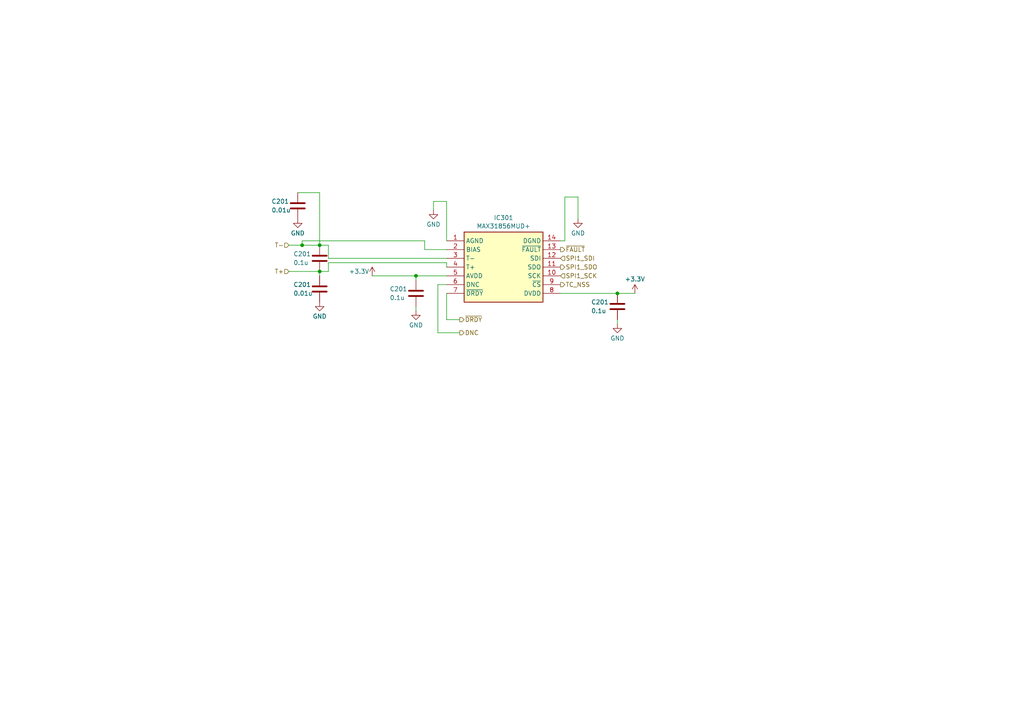
<source format=kicad_sch>
(kicad_sch (version 20230121) (generator eeschema)
  (paper "A4")
  (lib_symbols
    (symbol "Device:C" (pin_numbers hide) (pin_names (offset 0.254))
      (property "Reference" "C" (at 0.635 2.54 0))
      (property "Value" "C" (at 0.635 -2.54 0))
      (symbol "C_0_1"
        (polyline (pts (xy -2.032 -0.762) (xy 2.032 -0.762)) (stroke (width 0.508)))
        (polyline (pts (xy -2.032 0.762) (xy 2.032 0.762)) (stroke (width 0.508)))
      )
      (symbol "C_1_1"
        (pin passive line (at 0 3.81 270) (length 2.794) (name "~") (number "1"))
        (pin passive line (at 0 -3.81 90) (length 2.794) (name "~") (number "2"))
      )
    )
    (symbol "SamacSys_Parts:MAX31856MUD+"
      (property "Reference" "IC" (at 29.21 7.62 0))
      (property "Value" "MAX31856MUD+" (at 29.21 5.08 0))
      (symbol "MAX31856MUD+_1_1"
        (rectangle (start 5.08 2.54) (end 27.94 -17.78) (stroke (width 0.254)) (fill (type background)))
        (pin passive line (at 0 0 0) (length 5.08) (name "AGND") (number "1"))
        (pin passive line (at 33.02 -10.16 180) (length 5.08) (name "SCK") (number "10"))
        (pin passive line (at 33.02 -7.62 180) (length 5.08) (name "SDO") (number "11"))
        (pin passive line (at 33.02 -5.08 180) (length 5.08) (name "SDI") (number "12"))
        (pin passive line (at 33.02 -2.54 180) (length 5.08) (name "~{FAULT}") (number "13"))
        (pin passive line (at 33.02 0 180) (length 5.08) (name "DGND") (number "14"))
        (pin passive line (at 0 -2.54 0) (length 5.08) (name "BIAS") (number "2"))
        (pin passive line (at 0 -5.08 0) (length 5.08) (name "T-") (number "3"))
        (pin passive line (at 0 -7.62 0) (length 5.08) (name "T+") (number "4"))
        (pin passive line (at 0 -10.16 0) (length 5.08) (name "AVDD") (number "5"))
        (pin passive line (at 0 -12.7 0) (length 5.08) (name "DNC") (number "6"))
        (pin passive line (at 0 -15.24 0) (length 5.08) (name "~{DRDY}") (number "7"))
        (pin passive line (at 33.02 -15.24 180) (length 5.08) (name "DVDD") (number "8"))
        (pin passive line (at 33.02 -12.7 180) (length 5.08) (name "~{CS}") (number "9"))
      )
    )
    (symbol "power:+3.3V" (power) (pin_names (offset 0))
      (property "Value" "+3.3V" (at 0 3.556 0))
      (symbol "+3.3V_0_1"
        (polyline (pts (xy -0.762 1.27) (xy 0 2.54)))
        (polyline (pts (xy 0 0) (xy 0 2.54)))
        (polyline (pts (xy 0 2.54) (xy 0.762 1.27)))
      )
      (symbol "+3.3V_1_1"
        (pin power_in line (at 0 0 90) (length 0) hide (name "+3.3V") (number "1"))
      )
    )
    (symbol "power:GND" (power) (pin_names (offset 0))
      (property "Value" "GND" (at 0 -3.81 0))
      (symbol "GND_0_1"
        (polyline (pts (xy 0 0) (xy 0 -1.27) (xy 1.27 -1.27) (xy 0 -2.54) (xy -1.27 -1.27) (xy 0 -1.27)))
      )
      (symbol "GND_1_1"
        (pin power_in line (at 0 0 270) (length 0) hide (name "GND") (number "1"))
      )
    )
  )
  (junction (at 87.63 71.12))
  (junction (at 120.65 80.01))
  (junction (at 179.07 85.09))
  (junction (at 92.71 78.74))
  (junction (at 92.71 71.12))
  (wire (pts (xy 127 96.52) (xy 127 82.55)))
  (wire (pts (xy 95.25 74.93) (xy 129.54 74.93)))
  (wire (pts (xy 120.65 80.01) (xy 129.54 80.01)))
  (wire (pts (xy 83.82 71.12) (xy 87.63 71.12)))
  (wire (pts (xy 125.73 58.42) (xy 125.73 60.96)))
  (wire (pts (xy 123.19 72.39) (xy 123.19 69.85)))
  (wire (pts (xy 163.83 69.85) (xy 163.83 57.15)))
  (wire (pts (xy 133.35 92.71) (xy 129.54 92.71)))
  (wire (pts (xy 120.65 80.01) (xy 120.65 81.28)))
  (wire (pts (xy 123.19 69.85) (xy 87.63 69.85)))
  (wire (pts (xy 179.07 85.09) (xy 184.15 85.09)))
  (wire (pts (xy 87.63 69.85) (xy 87.63 71.12)))
  (wire (pts (xy 129.54 69.85) (xy 129.54 58.42)))
  (wire (pts (xy 129.54 92.71) (xy 129.54 85.09)))
  (wire (pts (xy 162.56 85.09) (xy 179.07 85.09)))
  (wire (pts (xy 127 82.55) (xy 129.54 82.55)))
  (wire (pts (xy 129.54 72.39) (xy 123.19 72.39)))
  (wire (pts (xy 129.54 58.42) (xy 125.73 58.42)))
  (wire (pts (xy 95.25 71.12) (xy 95.25 74.93)))
  (wire (pts (xy 120.65 90.17) (xy 120.65 88.9)))
  (wire (pts (xy 92.71 71.12) (xy 95.25 71.12)))
  (wire (pts (xy 86.36 55.88) (xy 92.71 55.88)))
  (wire (pts (xy 87.63 71.12) (xy 92.71 71.12)))
  (wire (pts (xy 92.71 55.88) (xy 92.71 71.12)))
  (wire (pts (xy 162.56 69.85) (xy 163.83 69.85)))
  (wire (pts (xy 107.95 80.01) (xy 120.65 80.01)))
  (wire (pts (xy 179.07 93.98) (xy 179.07 92.71)))
  (wire (pts (xy 163.83 57.15) (xy 167.64 57.15)))
  (wire (pts (xy 167.64 57.15) (xy 167.64 63.5)))
  (wire (pts (xy 83.82 78.74) (xy 92.71 78.74)))
  (wire (pts (xy 92.71 78.74) (xy 92.71 80.01)))
  (wire (pts (xy 129.54 76.2) (xy 129.54 77.47)))
  (wire (pts (xy 133.35 96.52) (xy 127 96.52)))
  (wire (pts (xy 92.71 78.74) (xy 95.25 78.74)))
  (wire (pts (xy 95.25 76.2) (xy 129.54 76.2)))
  (wire (pts (xy 95.25 78.74) (xy 95.25 76.2)))
  (hierarchical_label "SPI1_SDO" (shape output) (at 162.56 77.47 0))
  (hierarchical_label "T-" (shape input) (at 83.82 71.12 180))
  (hierarchical_label "~{FAULT}" (shape output) (at 162.56 72.39 0))
  (hierarchical_label "~{DRDY}" (shape output) (at 133.35 92.71 0))
  (hierarchical_label "SPI1_SDI" (shape input) (at 162.56 74.93 0))
  (hierarchical_label "TC_NSS" (shape output) (at 162.56 82.55 0))
  (hierarchical_label "DNC" (shape output) (at 133.35 96.52 0))
  (hierarchical_label "SPI1_SCK" (shape input) (at 162.56 80.01 0))
  (hierarchical_label "T+" (shape input) (at 83.82 78.74 180))
  (symbol (lib_id "power:GND") (at 179.07 93.98 0) (unit 1)
    (property "Reference" "#PWR0308" (effects hide))
    (property "Value" "GND" (at 179.07 98.1131 0))
    (instances (project "engine-controller" (path "" (reference "#PWR0308") (unit 1)) (path "" (reference "#PWR0407") (unit 1)) (path "" (reference "#PWR0507") (unit 1)) (path "" (reference "#PWR0607") (unit 1))))
  )
  (symbol (lib_id "power:GND") (at 125.73 60.96 0) (unit 1)
    (property "Reference" "#PWR0301" (effects hide))
    (property "Value" "GND" (at 125.73 65.0931 0))
    (instances (project "engine-controller" (path "" (reference "#PWR0301") (unit 1)) (path "" (reference "#PWR0405") (unit 1)) (path "" (reference "#PWR0505") (unit 1)) (path "" (reference "#PWR0605") (unit 1))))
  )
  (symbol (lib_id "power:GND") (at 167.64 63.5 0) (unit 1)
    (property "Reference" "#PWR0302" (effects hide))
    (property "Value" "GND" (at 167.64 67.6331 0))
    (instances (project "engine-controller" (path "" (reference "#PWR0302") (unit 1)) (path "" (reference "#PWR0406") (unit 1)) (path "" (reference "#PWR0506") (unit 1)) (path "" (reference "#PWR0606") (unit 1))))
  )
  (symbol (lib_id "power:+3.3V") (at 107.95 80.01 0) (unit 1)
    (property "Reference" "#PWR0305" (effects hide))
    (property "Value" "+3.3V" (at 104.14 78.74 0))
    (instances (project "engine-controller" (path "" (reference "#PWR0305") (unit 1)) (path "" (reference "#PWR0403") (unit 1)) (path "" (reference "#PWR0503") (unit 1)) (path "" (reference "#PWR0603") (unit 1))))
  )
  (symbol (lib_id "Device:C") (at 179.07 88.9 0) (unit 1)
    (property "Reference" "C201" (at 171.45 87.63 0) (effects (justify left)))
    (property "Value" "0.1u" (at 171.45 90.17 0) (effects (justify left)))
    (property "Footprint" "Capacitor_SMD:C_0603_1608Metric_Pad1.08x0.95mm_HandSolder" (effects hide))
    (instances (project "engine-controller" (path "" (reference "C201") (unit 1)) (path "" (reference "C305") (unit 1)) (path "" (reference "C405") (unit 1)) (path "" (reference "C505") (unit 1)) (path "" (reference "C605") (unit 1))))
  )
  (symbol (lib_id "power:GND") (at 120.65 90.17 0) (unit 1)
    (property "Reference" "#PWR0306" (effects hide))
    (property "Value" "GND" (at 120.65 94.3031 0))
    (instances (project "engine-controller" (path "" (reference "#PWR0306") (unit 1)) (path "" (reference "#PWR0404") (unit 1)) (path "" (reference "#PWR0504") (unit 1)) (path "" (reference "#PWR0604") (unit 1))))
  )
  (symbol (lib_id "SamacSys_Parts:MAX31856MUD+") (at 129.54 69.85 0) (unit 1)
    (property "Reference" "IC301" (at 146.05 63.1657 0))
    (property "Value" "MAX31856MUD+" (at 146.05 65.5899 0))
    (property "Footprint" "SamacSys_Parts:SOP65P640X110-14N" (effects hide))
    (property "Datasheet" "https://componentsearchengine.com/Datasheets/2/MAX31856MUD+.pdf" (effects hide))
    (property "Height" "1.1" (effects hide))
    (property "Manufacturer_Name" "Analog Devices" (effects hide))
    (property "Manufacturer_Part_Number" "MAX31856MUD+" (effects hide))
    (property "Mouser Part Number" "700-MAX31856MUD+" (effects hide))
    (property "Mouser Price/Stock" "https://www.mouser.co.uk/ProductDetail/Analog-Devices-Maxim-Integrated/MAX31856MUD%2b?qs=sO%2FZ8XQFeM1TlxwAJsKRYw%3D%3D" (effects hide))
    (property "Arrow Part Number" "MAX31856MUD+" (effects hide))
    (property "Arrow Price/Stock" "https://www.arrow.com/en/products/max31856mud/maxim-integrated?region=europe" (effects hide))
    (instances (project "engine-controller" (path "" (reference "IC301") (unit 1)) (path "" (reference "IC401") (unit 1)) (path "" (reference "IC501") (unit 1)) (path "" (reference "IC601") (unit 1))))
  )
  (symbol (lib_id "power:GND") (at 92.71 87.63 0) (unit 1)
    (property "Reference" "#PWR0304" (effects hide))
    (property "Value" "GND" (at 92.71 91.7631 0))
    (instances (project "engine-controller" (path "" (reference "#PWR0304") (unit 1)) (path "" (reference "#PWR0402") (unit 1)) (path "" (reference "#PWR0502") (unit 1)) (path "" (reference "#PWR0602") (unit 1))))
  )
  (symbol (lib_id "power:+3.3V") (at 184.15 85.09 0) (unit 1)
    (property "Reference" "#PWR0307" (effects hide))
    (property "Value" "+3.3V" (at 184.15 80.9569 0))
    (instances (project "engine-controller" (path "" (reference "#PWR0307") (unit 1)) (path "" (reference "#PWR0408") (unit 1)) (path "" (reference "#PWR0508") (unit 1)) (path "" (reference "#PWR0608") (unit 1))))
  )
  (symbol (lib_id "power:GND") (at 86.36 63.5 0) (unit 1)
    (property "Reference" "#PWR0303" (effects hide))
    (property "Value" "GND" (at 86.36 67.6331 0))
    (instances (project "engine-controller" (path "" (reference "#PWR0303") (unit 1)) (path "" (reference "#PWR0401") (unit 1)) (path "" (reference "#PWR0501") (unit 1)) (path "" (reference "#PWR0601") (unit 1))))
  )
  (symbol (lib_id "Device:C") (at 92.71 74.93 0) (unit 1)
    (property "Reference" "C201" (at 85.09 73.66 0) (effects (justify left)))
    (property "Value" "0.1u" (at 85.09 76.2 0) (effects (justify left)))
    (property "Footprint" "Capacitor_SMD:C_0603_1608Metric_Pad1.08x0.95mm_HandSolder" (effects hide))
    (instances (project "engine-controller" (path "" (reference "C201") (unit 1)) (path "" (reference "C301") (unit 1)) (path "" (reference "C402") (unit 1)) (path "" (reference "C502") (unit 1)) (path "" (reference "C602") (unit 1))))
  )
  (symbol (lib_id "Device:C") (at 92.71 83.82 0) (unit 1)
    (property "Reference" "C201" (at 85.09 82.55 0) (effects (justify left)))
    (property "Value" "0.01u" (at 85.09 85.09 0) (effects (justify left)))
    (property "Footprint" "Capacitor_SMD:C_0603_1608Metric_Pad1.08x0.95mm_HandSolder" (effects hide))
    (instances (project "engine-controller" (path "" (reference "C201") (unit 1)) (path "" (reference "C302") (unit 1)) (path "" (reference "C403") (unit 1)) (path "" (reference "C503") (unit 1)) (path "" (reference "C603") (unit 1))))
  )
  (symbol (lib_id "Device:C") (at 86.36 59.69 0) (unit 1)
    (property "Reference" "C201" (at 78.74 58.42 0) (effects (justify left)))
    (property "Value" "0.01u" (at 78.74 60.96 0) (effects (justify left)))
    (property "Footprint" "Capacitor_SMD:C_0603_1608Metric_Pad1.08x0.95mm_HandSolder" (effects hide))
    (instances (project "engine-controller" (path "" (reference "C201") (unit 1)) (path "" (reference "C303") (unit 1)) (path "" (reference "C401") (unit 1)) (path "" (reference "C501") (unit 1)) (path "" (reference "C601") (unit 1))))
  )
  (symbol (lib_id "Device:C") (at 120.65 85.09 0) (unit 1)
    (property "Reference" "C201" (at 113.03 83.82 0) (effects (justify left)))
    (property "Value" "0.1u" (at 113.03 86.36 0) (effects (justify left)))
    (property "Footprint" "Capacitor_SMD:C_0603_1608Metric_Pad1.08x0.95mm_HandSolder" (effects hide))
    (instances (project "engine-controller" (path "" (reference "C201") (unit 1)) (path "" (reference "C304") (unit 1)) (path "" (reference "C404") (unit 1)) (path "" (reference "C504") (unit 1)) (path "" (reference "C604") (unit 1))))
  )
)
</source>
